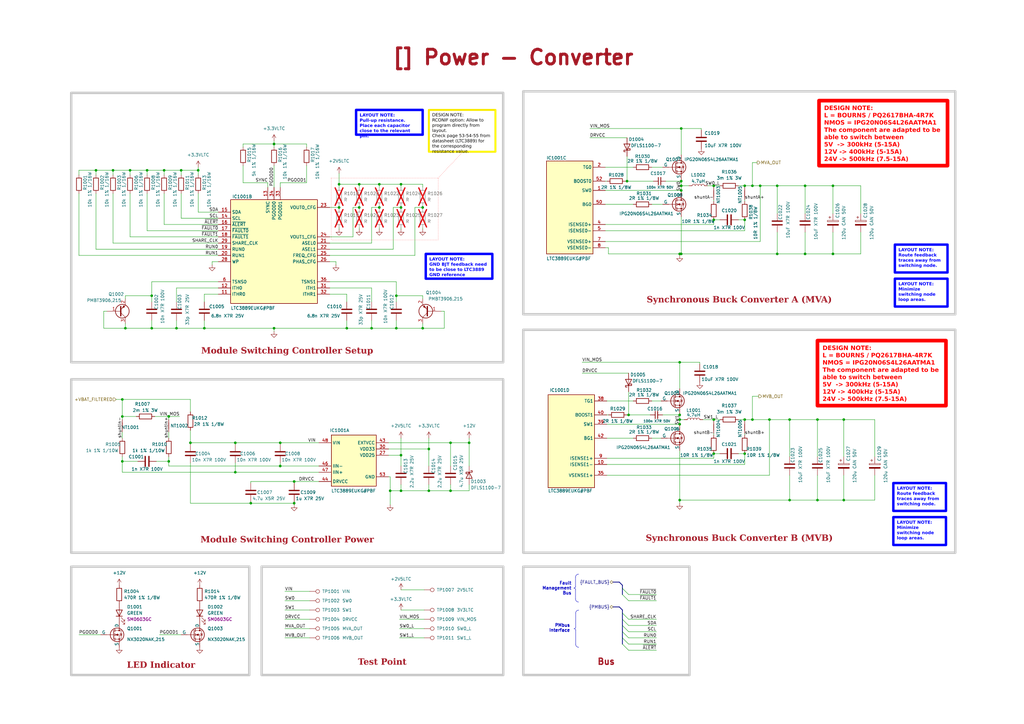
<source format=kicad_sch>
(kicad_sch (version 20231120) (generator "eeschema") (generator_version "8.0")
  (paper "A3")
  (title_block (title "Power - Converter") (date "Last Modified Date") (rev "${REVISION}") (company "${COMPANY}"))
  (bus_alias "PMBUS" (members "SDA" "SCL" "RUN0" "RUN1" "~{ALERT}"))
  (junction (at 175.895 201.295))
  (junction (at 323.85 205.105))
  (junction (at 335.28 205.105))
  (junction (at 164.465 85.09))
  (junction (at 96.52 193.675))
  (junction (at 83.82 134.62))
  (junction (at 164.465 186.69))
  (junction (at 39.37 69.85))
  (junction (at 341.63 76.2))
  (junction (at 139.065 85.09))
  (junction (at 81.28 69.85))
  (junction (at 164.465 75.565))
  (junction (at 112.395 59.055))
  (junction (at 279.4 104.14))
  (junction (at 184.785 181.61))
  (junction (at 305.435 90.17))
  (junction (at 305.435 172.085))
  (junction (at 278.765 205.105))
  (junction (at 152.4 134.62))
  (junction (at 184.785 201.295))
  (junction (at 62.23 134.62))
  (junction (at 192.405 181.61))
  (junction (at 69.215 189.23))
  (junction (at 173.355 85.09))
  (junction (at 96.52 181.61))
  (junction (at 315.595 172.085))
  (junction (at 51.435 134.62))
  (junction (at 330.2 76.2))
  (junction (at 120.65 197.485))
  (junction (at 62.23 121.285))
  (junction (at 308.61 172.085))
  (junction (at 278.765 148.59))
  (junction (at 279.4 76.2))
  (junction (at 155.575 85.09))
  (junction (at 53.34 69.85))
  (junction (at 278.765 173.99))
  (junction (at 311.785 76.2))
  (junction (at 278.765 170.18))
  (junction (at 50.165 170.815))
  (junction (at 102.87 206.375))
  (junction (at 155.575 75.565))
  (junction (at 257.175 74.295))
  (junction (at 278.765 172.085))
  (junction (at 164.465 201.295))
  (junction (at 114.935 181.61))
  (junction (at 335.28 172.085))
  (junction (at 160.02 201.295))
  (junction (at 346.075 172.085))
  (junction (at 60.325 69.85))
  (junction (at 69.215 170.815))
  (junction (at 50.165 189.23))
  (junction (at 278.765 104.14))
  (junction (at 323.85 172.085))
  (junction (at 162.56 134.62))
  (junction (at 318.77 76.2))
  (junction (at 292.735 186.055))
  (junction (at 74.295 69.85))
  (junction (at 72.39 134.62))
  (junction (at 341.63 104.14))
  (junction (at 279.4 78.105))
  (junction (at 175.895 184.15))
  (junction (at 308.61 76.2))
  (junction (at 292.735 90.17))
  (junction (at 318.77 104.14))
  (junction (at 120.65 206.375))
  (junction (at 330.2 104.14))
  (junction (at 279.4 52.705))
  (junction (at 78.105 181.61))
  (junction (at 112.395 134.62))
  (junction (at 162.56 121.285))
  (junction (at 279.4 74.295))
  (junction (at 305.435 186.055))
  (junction (at 139.065 75.565))
  (junction (at 346.075 205.105))
  (junction (at 173.355 134.62))
  (junction (at 46.355 69.85))
  (junction (at 147.32 85.09))
  (junction (at 292.735 172.085))
  (junction (at 257.81 170.18))
  (junction (at 142.24 134.62))
  (junction (at 67.31 69.85))
  (junction (at 305.435 76.2))
  (junction (at 50.165 163.83))
  (junction (at 147.32 75.565))
  (junction (at 114.935 191.135))
  (junction (at 292.735 76.2))
  (bus_entry (at 255.27 241.3) (size 2.54 2.54))
  (bus_entry (at 255.27 251.46) (size 2.54 2.54))
  (bus_entry (at 255.27 261.62) (size 2.54 2.54))
  (bus_entry (at 255.27 254) (size 2.54 2.54))
  (bus_entry (at 255.27 259.08) (size 2.54 2.54))
  (bus_entry (at 255.27 243.84) (size 2.54 2.54))
  (bus_entry (at 255.27 264.16) (size 2.54 2.54))
  (bus_entry (at 255.27 256.54) (size 2.54 2.54))
  (wire (pts (xy 60.325 94.615) (xy 60.325 79.375)))
  (wire (pts (xy 278.765 172.085) (xy 280.67 172.085)))
  (wire (pts (xy 114.935 76.835) (xy 114.935 74.93)))
  (wire (pts (xy 102.87 197.485) (xy 120.65 197.485)))
  (wire (pts (xy 152.4 85.09) (xy 152.4 99.695)))
  (wire (pts (xy 346.075 194.945) (xy 346.075 205.105)))
  (wire (pts (xy 139.065 93.345) (xy 139.065 93.98)))
  (wire (pts (xy 248.92 187.96) (xy 292.735 187.96)))
  (wire (pts (xy 305.435 82.55) (xy 305.435 81.915)))
  (wire (pts (xy 135.255 99.695) (xy 152.4 99.695)))
  (wire (pts (xy 346.075 187.325) (xy 346.075 172.085)))
  (wire (pts (xy 358.775 187.325) (xy 358.775 172.085)))
  (wire (pts (xy 116.84 250.19) (xy 127 250.19)))
  (wire (pts (xy 308.61 162.56) (xy 308.61 172.085)))
  (wire (pts (xy 89.535 86.995) (xy 81.28 86.995)))
  (wire (pts (xy 147.32 84.455) (xy 147.32 85.09)))
  (wire (pts (xy 144.78 85.09) (xy 147.32 85.09)))
  (wire (pts (xy 292.735 76.2) (xy 295.275 76.2)))
  (wire (pts (xy 32.385 79.375) (xy 32.385 104.775)))
  (wire (pts (xy 341.63 87.63) (xy 341.63 76.2)))
  (wire (pts (xy 273.05 74.295) (xy 279.4 74.295)))
  (wire (pts (xy 112.395 67.945) (xy 112.395 76.835)))
  (wire (pts (xy 50.165 177.165) (xy 50.165 179.705)))
  (wire (pts (xy 78.105 181.61) (xy 78.105 182.245)))
  (wire (pts (xy 267.335 68.58) (xy 271.78 68.58)))
  (wire (pts (xy 162.56 134.62) (xy 173.355 134.62)))
  (wire (pts (xy 69.215 170.815) (xy 73.66 170.815)))
  (wire (pts (xy 256.54 74.295) (xy 257.175 74.295)))
  (wire (pts (xy 53.34 97.155) (xy 89.535 97.155)))
  (wire (pts (xy 135.255 85.09) (xy 139.065 85.09)))
  (wire (pts (xy 278.765 172.085) (xy 278.765 173.99)))
  (wire (pts (xy 42.545 127.635) (xy 42.545 134.62)))
  (wire (pts (xy 39.37 69.85) (xy 46.355 69.85)))
  (wire (pts (xy 46.355 79.375) (xy 46.355 99.695)))
  (wire (pts (xy 330.2 95.25) (xy 330.2 104.14)))
  (wire (pts (xy 341.63 104.14) (xy 353.06 104.14)))
  (wire (pts (xy 155.575 85.09) (xy 155.575 85.725)))
  (wire (pts (xy 39.37 69.85) (xy 39.37 71.755)))
  (wire (pts (xy 112.395 57.785) (xy 112.395 59.055)))
  (wire (pts (xy 335.28 172.085) (xy 346.075 172.085)))
  (wire (pts (xy 116.84 254) (xy 127 254)))
  (wire (pts (xy 278.765 148.59) (xy 287.02 148.59)))
  (wire (pts (xy 50.165 189.23) (xy 50.165 193.675)))
  (wire (pts (xy 164.465 198.755) (xy 164.465 201.295)))
  (wire (pts (xy 47.625 163.83) (xy 50.165 163.83)))
  (wire (pts (xy 173.355 76.835) (xy 173.355 75.565)))
  (wire (pts (xy 89.535 102.235) (xy 39.37 102.235)))
  (wire (pts (xy 89.535 104.775) (xy 32.385 104.775)))
  (wire (pts (xy 248.92 194.945) (xy 315.595 194.945)))
  (wire (pts (xy 184.785 181.61) (xy 192.405 181.61)))
  (wire (pts (xy 249.555 101.6) (xy 248.285 101.6)))
  (wire (pts (xy 164.465 186.69) (xy 164.465 191.135)))
  (wire (pts (xy 279.4 78.105) (xy 279.4 78.74)))
  (wire (pts (xy 69.215 191.135) (xy 114.935 191.135)))
  (wire (pts (xy 308.61 66.675) (xy 308.61 76.2)))
  (bus (pts (xy 255.27 241.3) (xy 255.27 243.84)))
  (wire (pts (xy 175.895 198.755) (xy 175.895 201.295)))
  (wire (pts (xy 315.595 172.085) (xy 323.85 172.085)))
  (wire (pts (xy 72.39 134.62) (xy 62.23 134.62)))
  (wire (pts (xy 278.765 205.105) (xy 278.765 206.375)))
  (wire (pts (xy 155.575 75.565) (xy 147.32 75.565)))
  (wire (pts (xy 292.735 90.17) (xy 295.275 90.17)))
  (wire (pts (xy 159.385 184.15) (xy 175.895 184.15)))
  (wire (pts (xy 135.255 120.65) (xy 142.24 120.65)))
  (wire (pts (xy 182.245 127.635) (xy 182.245 134.62)))
  (wire (pts (xy 257.81 160.655) (xy 257.81 170.18)))
  (wire (pts (xy 135.255 107.315) (xy 137.795 107.315)))
  (bus (pts (xy 251.46 248.92) (xy 254 248.92)))
  (wire (pts (xy 89.535 92.075) (xy 67.31 92.075)))
  (wire (pts (xy 238.76 148.59) (xy 278.765 148.59)))
  (wire (pts (xy 335.28 205.105) (xy 346.075 205.105)))
  (wire (pts (xy 248.285 74.295) (xy 248.92 74.295)))
  (wire (pts (xy 184.785 201.295) (xy 192.405 201.295)))
  (wire (pts (xy 160.02 195.58) (xy 159.385 195.58)))
  (bus (pts (xy 251.46 238.76) (xy 254 238.76)))
  (wire (pts (xy 160.02 195.58) (xy 160.02 201.295)))
  (wire (pts (xy 69.215 189.23) (xy 69.215 191.135)))
  (wire (pts (xy 50.165 187.325) (xy 50.165 189.23)))
  (wire (pts (xy 267.335 179.705) (xy 271.145 179.705)))
  (wire (pts (xy 279.4 88.9) (xy 279.4 104.14)))
  (wire (pts (xy 318.77 95.25) (xy 318.77 104.14)))
  (wire (pts (xy 308.61 172.085) (xy 315.595 172.085)))
  (wire (pts (xy 50.165 163.83) (xy 78.105 163.83)))
  (wire (pts (xy 164.465 93.345) (xy 164.465 93.98)))
  (wire (pts (xy 159.385 186.69) (xy 164.465 186.69)))
  (wire (pts (xy 114.935 189.865) (xy 114.935 191.135)))
  (wire (pts (xy 278.765 184.785) (xy 278.765 205.105)))
  (wire (pts (xy 125.73 59.055) (xy 112.395 59.055)))
  (wire (pts (xy 249.555 170.18) (xy 248.92 170.18)))
  (wire (pts (xy 292.735 90.17) (xy 292.735 92.075)))
  (wire (pts (xy 238.76 153.035) (xy 257.81 153.035)))
  (wire (pts (xy 50.165 193.675) (xy 96.52 193.675)))
  (wire (pts (xy 279.4 52.705) (xy 279.4 63.5)))
  (wire (pts (xy 135.255 118.11) (xy 152.4 118.11)))
  (bus (pts (xy 255.27 261.62) (xy 255.27 264.16)))
  (wire (pts (xy 184.785 181.61) (xy 184.785 191.135)))
  (wire (pts (xy 152.4 134.62) (xy 162.56 134.62)))
  (wire (pts (xy 257.175 74.295) (xy 267.97 74.295)))
  (wire (pts (xy 318.77 87.63) (xy 318.77 76.2)))
  (wire (pts (xy 32.385 260.35) (xy 41.275 260.35)))
  (wire (pts (xy 287.655 52.705) (xy 287.655 53.34)))
  (wire (pts (xy 292.735 187.96) (xy 292.735 186.055)))
  (wire (pts (xy 69.215 170.815) (xy 69.215 172.085)))
  (wire (pts (xy 164.465 84.455) (xy 164.465 85.09)))
  (wire (pts (xy 180.975 127.635) (xy 182.245 127.635)))
  (wire (pts (xy 96.52 181.61) (xy 96.52 182.245)))
  (wire (pts (xy 125.73 60.325) (xy 125.73 59.055)))
  (bus (pts (xy 255.27 251.46) (xy 255.27 254)))
  (wire (pts (xy 60.325 94.615) (xy 89.535 94.615)))
  (wire (pts (xy 248.92 179.705) (xy 259.715 179.705)))
  (wire (pts (xy 278.765 104.14) (xy 279.4 104.14)))
  (bus (pts (xy 254 248.92) (xy 255.27 250.19)))
  (wire (pts (xy 278.765 104.14) (xy 278.765 104.775)))
  (wire (pts (xy 335.28 187.325) (xy 335.28 172.085)))
  (wire (pts (xy 51.435 134.62) (xy 51.435 132.715)))
  (wire (pts (xy 102.87 198.12) (xy 102.87 197.485)))
  (wire (pts (xy 163.83 254) (xy 173.99 254)))
  (wire (pts (xy 114.935 74.93) (xy 125.73 74.93)))
  (wire (pts (xy 248.92 173.99) (xy 278.765 173.99)))
  (wire (pts (xy 173.355 121.285) (xy 162.56 121.285)))
  (wire (pts (xy 112.395 59.055) (xy 99.695 59.055)))
  (wire (pts (xy 160.02 207.01) (xy 160.02 201.295)))
  (wire (pts (xy 142.24 134.62) (xy 152.4 134.62)))
  (wire (pts (xy 89.535 107.315) (xy 86.995 107.315)))
  (wire (pts (xy 60.325 69.85) (xy 53.34 69.85)))
  (wire (pts (xy 192.405 181.61) (xy 192.405 191.135)))
  (wire (pts (xy 120.65 197.485) (xy 130.81 197.485)))
  (wire (pts (xy 67.31 69.85) (xy 67.31 71.755)))
  (wire (pts (xy 139.065 71.12) (xy 139.065 75.565)))
  (wire (pts (xy 43.815 127.635) (xy 42.545 127.635)))
  (wire (pts (xy 161.29 85.09) (xy 164.465 85.09)))
  (wire (pts (xy 323.85 172.085) (xy 335.28 172.085)))
  (bus (pts (xy 254 238.76) (xy 255.27 240.03)))
  (wire (pts (xy 353.06 95.25) (xy 353.06 104.14)))
  (wire (pts (xy 62.23 115.57) (xy 89.535 115.57)))
  (wire (pts (xy 69.215 187.325) (xy 69.215 189.23)))
  (wire (pts (xy 323.85 187.325) (xy 323.85 172.085)))
  (wire (pts (xy 102.87 206.375) (xy 120.65 206.375)))
  (wire (pts (xy 311.785 99.06) (xy 311.785 76.2)))
  (wire (pts (xy 78.105 176.53) (xy 78.105 181.61)))
  (wire (pts (xy 257.175 170.18) (xy 257.81 170.18)))
  (wire (pts (xy 125.73 74.93) (xy 125.73 67.945)))
  (wire (pts (xy 96.52 193.675) (xy 130.81 193.675)))
  (wire (pts (xy 279.4 76.2) (xy 279.4 78.105)))
  (bus (pts (xy 255.27 256.54) (xy 255.27 259.08)))
  (wire (pts (xy 353.06 87.63) (xy 353.06 76.2)))
  (wire (pts (xy 67.31 92.075) (xy 67.31 79.375)))
  (wire (pts (xy 278.765 170.18) (xy 278.765 172.085)))
  (wire (pts (xy 147.32 75.565) (xy 147.32 76.835)))
  (wire (pts (xy 50.165 189.23) (xy 56.515 189.23)))
  (wire (pts (xy 120.65 205.74) (xy 120.65 206.375)))
  (wire (pts (xy 147.32 85.09) (xy 147.32 85.725)))
  (wire (pts (xy 78.105 181.61) (xy 96.52 181.61)))
  (wire (pts (xy 248.285 94.615) (xy 305.435 94.615)))
  (wire (pts (xy 50.165 170.815) (xy 55.88 170.815)))
  (wire (pts (xy 184.785 198.755) (xy 184.785 201.295)))
  (wire (pts (xy 112.395 135.89) (xy 112.395 134.62)))
  (wire (pts (xy 53.34 69.85) (xy 46.355 69.85)))
  (wire (pts (xy 305.435 76.2) (xy 308.61 76.2)))
  (wire (pts (xy 279.4 52.705) (xy 287.655 52.705)))
  (wire (pts (xy 116.84 261.62) (xy 127 261.62)))
  (wire (pts (xy 305.435 76.2) (xy 305.435 76.835)))
  (wire (pts (xy 292.735 76.2) (xy 292.735 76.835)))
  (wire (pts (xy 89.535 99.695) (xy 46.355 99.695)))
  (polyline (pts (xy 236.093 258.4958) (xy 236.093 264.2108)))
  (wire (pts (xy 78.105 163.83) (xy 78.105 168.91)))
  (wire (pts (xy 302.895 76.2) (xy 305.435 76.2)))
  (wire (pts (xy 161.29 85.09) (xy 161.29 102.235)))
  (wire (pts (xy 53.34 79.375) (xy 53.34 97.155)))
  (wire (pts (xy 164.465 201.295) (xy 175.895 201.295)))
  (wire (pts (xy 173.355 122.555) (xy 173.355 121.285)))
  (wire (pts (xy 173.355 134.62) (xy 173.355 132.715)))
  (wire (pts (xy 248.285 68.58) (xy 259.715 68.58)))
  (wire (pts (xy 81.28 79.375) (xy 81.28 86.995)))
  (wire (pts (xy 51.435 122.555) (xy 51.435 121.285)))
  (wire (pts (xy 267.335 164.465) (xy 271.145 164.465)))
  (wire (pts (xy 120.65 198.12) (xy 120.65 197.485)))
  (wire (pts (xy 62.23 123.825) (xy 62.23 121.285)))
  (wire (pts (xy 318.77 76.2) (xy 330.2 76.2)))
  (wire (pts (xy 102.87 206.375) (xy 102.87 205.74)))
  (wire (pts (xy 308.61 162.56) (xy 311.15 162.56)))
  (wire (pts (xy 330.2 104.14) (xy 341.63 104.14)))
  (wire (pts (xy 173.355 84.455) (xy 173.355 85.09)))
  (wire (pts (xy 99.695 74.93) (xy 99.695 67.945)))
  (wire (pts (xy 114.935 181.61) (xy 130.81 181.61)))
  (wire (pts (xy 50.165 170.815) (xy 50.165 163.83)))
  (wire (pts (xy 335.28 194.945) (xy 335.28 205.105)))
  (wire (pts (xy 170.18 85.09) (xy 173.355 85.09)))
  (wire (pts (xy 292.735 172.085) (xy 292.735 172.72)))
  (wire (pts (xy 358.775 194.945) (xy 358.775 205.105)))
  (wire (pts (xy 116.84 257.81) (xy 127 257.81)))
  (wire (pts (xy 46.355 69.85) (xy 46.355 71.755)))
  (wire (pts (xy 89.535 89.535) (xy 74.295 89.535)))
  (wire (pts (xy 323.85 194.945) (xy 323.85 205.105)))
  (wire (pts (xy 164.465 241.935) (xy 173.99 241.935)))
  (wire (pts (xy 160.02 201.295) (xy 164.465 201.295)))
  (wire (pts (xy 162.56 131.445) (xy 162.56 134.62)))
  (wire (pts (xy 279.4 76.2) (xy 282.575 76.2)))
  (wire (pts (xy 305.435 178.435) (xy 305.435 177.8)))
  (wire (pts (xy 248.285 78.105) (xy 279.4 78.105)))
  (wire (pts (xy 139.065 85.09) (xy 139.065 85.725)))
  (wire (pts (xy 302.895 172.085) (xy 305.435 172.085)))
  (wire (pts (xy 83.82 120.65) (xy 83.82 123.825)))
  (wire (pts (xy 139.065 75.565) (xy 147.32 75.565)))
  (wire (pts (xy 72.39 131.445) (xy 72.39 134.62)))
  (wire (pts (xy 114.935 181.61) (xy 114.935 182.245)))
  (wire (pts (xy 65.405 260.35) (xy 74.295 260.35)))
  (wire (pts (xy 81.28 69.85) (xy 81.28 71.755)))
  (wire (pts (xy 278.765 173.99) (xy 278.765 174.625)))
  (wire (pts (xy 155.575 93.98) (xy 155.575 93.345)))
  (wire (pts (xy 330.2 87.63) (xy 330.2 76.2)))
  (bus (pts (xy 255.27 250.19) (xy 255.27 251.46)))
  (wire (pts (xy 279.4 104.14) (xy 318.77 104.14)))
  (wire (pts (xy 42.545 134.62) (xy 51.435 134.62)))
  (wire (pts (xy 116.84 246.38) (xy 127 246.38)))
  (wire (pts (xy 163.83 261.62) (xy 173.99 261.62)))
  (wire (pts (xy 32.385 69.85) (xy 39.37 69.85)))
  (wire (pts (xy 241.935 56.515) (xy 257.175 56.515)))
  (wire (pts (xy 69.215 177.165) (xy 69.215 179.705)))
  (wire (pts (xy 182.245 134.62) (xy 173.355 134.62)))
  (wire (pts (xy 290.195 76.2) (xy 292.735 76.2)))
  (wire (pts (xy 155.575 75.565) (xy 155.575 76.835)))
  (wire (pts (xy 278.765 205.105) (xy 323.85 205.105)))
  (wire (pts (xy 278.765 148.59) (xy 278.765 159.385)))
  (wire (pts (xy 74.295 69.85) (xy 67.31 69.85)))
  (wire (pts (xy 292.735 186.055) (xy 295.275 186.055)))
  (wire (pts (xy 89.535 118.11) (xy 72.39 118.11)))
  (polyline (pts (xy 236.0422 241.8334) (xy 236.0422 245.6434)))
  (wire (pts (xy 341.63 76.2) (xy 353.06 76.2)))
  (polyline (pts (xy 236.0422 236.7534) (xy 236.0422 240.5634)))
  (wire (pts (xy 155.575 84.455) (xy 155.575 85.09)))
  (wire (pts (xy 96.52 181.61) (xy 114.935 181.61)))
  (wire (pts (xy 192.405 179.705) (xy 192.405 181.61)))
  (wire (pts (xy 81.28 69.85) (xy 74.295 69.85)))
  (wire (pts (xy 318.77 104.14) (xy 330.2 104.14)))
  (wire (pts (xy 257.81 259.08) (xy 269.24 259.08)))
  (wire (pts (xy 162.56 121.285) (xy 162.56 115.57)))
  (wire (pts (xy 308.61 172.085) (xy 305.435 172.085)))
  (wire (pts (xy 173.355 93.345) (xy 173.355 93.98)))
  (polyline (pts (xy 179.705 73.025) (xy 189.865 62.23)) (stroke (width 0) (type dot) (color 255 0 0 1)))
  (wire (pts (xy 173.355 75.565) (xy 164.465 75.565)))
  (wire (pts (xy 62.23 134.62) (xy 51.435 134.62)))
  (wire (pts (xy 109.855 76.835) (xy 109.855 74.93)))
  (wire (pts (xy 271.78 170.18) (xy 278.765 170.18)))
  (wire (pts (xy 302.895 186.055) (xy 305.435 186.055)))
  (wire (pts (xy 152.4 85.09) (xy 155.575 85.09)))
  (wire (pts (xy 60.325 69.85) (xy 67.31 69.85)))
  (wire (pts (xy 278.765 169.545) (xy 278.765 170.18)))
  (wire (pts (xy 50.165 170.815) (xy 50.165 172.085)))
  (wire (pts (xy 53.34 69.85) (xy 53.34 71.755)))
  (wire (pts (xy 249.555 104.14) (xy 249.555 101.6)))
  (wire (pts (xy 257.81 254) (xy 269.24 254)))
  (wire (pts (xy 248.285 83.82) (xy 259.715 83.82)))
  (wire (pts (xy 241.935 52.705) (xy 279.4 52.705)))
  (wire (pts (xy 72.39 134.62) (xy 83.82 134.62)))
  (wire (pts (xy 99.695 74.93) (xy 109.855 74.93)))
  (wire (pts (xy 173.355 85.09) (xy 173.355 85.725)))
  (wire (pts (xy 120.65 206.375) (xy 120.65 207.01)))
  (wire (pts (xy 248.285 92.075) (xy 292.735 92.075)))
  (wire (pts (xy 257.175 64.135) (xy 257.175 74.295)))
  (wire (pts (xy 257.81 266.7) (xy 269.24 266.7)))
  (wire (pts (xy 72.39 118.11) (xy 72.39 123.825)))
  (wire (pts (xy 164.465 85.09) (xy 164.465 85.725)))
  (wire (pts (xy 279.4 74.295) (xy 279.4 76.2)))
  (wire (pts (xy 170.18 85.09) (xy 170.18 104.775)))
  (wire (pts (xy 308.61 66.675) (xy 310.515 66.675)))
  (wire (pts (xy 292.735 82.55) (xy 292.735 81.915)))
  (wire (pts (xy 32.385 71.755) (xy 32.385 69.85)))
  (wire (pts (xy 152.4 131.445) (xy 152.4 134.62)))
  (wire (pts (xy 330.2 76.2) (xy 341.63 76.2)))
  (wire (pts (xy 315.595 172.085) (xy 315.595 194.945)))
  (wire (pts (xy 257.81 264.16) (xy 269.24 264.16)))
  (wire (pts (xy 305.435 90.17) (xy 305.435 94.615)))
  (wire (pts (xy 81.28 68.58) (xy 81.28 69.85)))
  (wire (pts (xy 288.29 172.085) (xy 292.735 172.085)))
  (wire (pts (xy 86.995 108.585) (xy 86.995 107.315)))
  (wire (pts (xy 142.24 131.445) (xy 142.24 134.62)))
  (wire (pts (xy 163.83 257.81) (xy 173.99 257.81)))
  (wire (pts (xy 248.92 190.5) (xy 305.435 190.5)))
  (wire (pts (xy 257.81 256.54) (xy 269.24 256.54)))
  (polyline (pts (xy 236.093 251.5108) (xy 236.093 257.2258)))
  (wire (pts (xy 249.555 104.14) (xy 278.765 104.14)))
  (wire (pts (xy 248.92 164.465) (xy 259.715 164.465)))
  (wire (pts (xy 147.32 93.345) (xy 147.32 93.98)))
  (wire (pts (xy 164.465 75.565) (xy 164.465 76.835)))
  (wire (pts (xy 164.465 75.565) (xy 155.575 75.565)))
  (wire (pts (xy 292.735 172.085) (xy 295.275 172.085)))
  (wire (pts (xy 164.465 250.19) (xy 173.99 250.19)))
  (wire (pts (xy 139.065 84.455) (xy 139.065 85.09)))
  (wire (pts (xy 305.435 190.5) (xy 305.435 186.055)))
  (wire (pts (xy 51.435 121.285) (xy 62.23 121.285)))
  (bus (pts (xy 255.27 240.03) (xy 255.27 241.3)))
  (wire (pts (xy 60.325 69.85) (xy 60.325 71.755)))
  (wire (pts (xy 116.84 242.57) (xy 127 242.57)))
  (wire (pts (xy 74.295 89.535) (xy 74.295 79.375)))
  (wire (pts (xy 63.5 170.815) (xy 69.215 170.815)))
  (wire (pts (xy 248.285 99.06) (xy 311.785 99.06)))
  (wire (pts (xy 287.02 148.59) (xy 287.02 149.225)))
  (wire (pts (xy 78.105 189.865) (xy 78.105 206.375)))
  (wire (pts (xy 83.82 131.445) (xy 83.82 134.62)))
  (wire (pts (xy 341.63 95.25) (xy 341.63 104.14)))
  (wire (pts (xy 114.935 191.135) (xy 130.81 191.135)))
  (wire (pts (xy 257.81 246.38) (xy 269.24 246.38)))
  (wire (pts (xy 83.82 134.62) (xy 112.395 134.62)))
  (wire (pts (xy 137.795 108.585) (xy 137.795 107.315)))
  (wire (pts (xy 162.56 115.57) (xy 135.255 115.57)))
  (wire (pts (xy 308.61 76.2) (xy 311.785 76.2)))
  (wire (pts (xy 192.405 198.755) (xy 192.405 201.295)))
  (wire (pts (xy 96.52 189.865) (xy 96.52 193.675)))
  (wire (pts (xy 135.255 97.155) (xy 144.78 97.155)))
  (bus (pts (xy 255.27 259.08) (xy 255.27 261.62)))
  (wire (pts (xy 346.075 172.085) (xy 358.775 172.085)))
  (wire (pts (xy 175.895 179.705) (xy 175.895 184.15)))
  (wire (pts (xy 257.81 170.18) (xy 266.7 170.18)))
  (bus (pts (xy 255.27 254) (xy 255.27 256.54)))
  (wire (pts (xy 89.535 120.65) (xy 83.82 120.65)))
  (wire (pts (xy 267.335 83.82) (xy 271.78 83.82)))
  (wire (pts (xy 112.395 59.055) (xy 112.395 60.325)))
  (wire (pts (xy 164.465 179.705) (xy 164.465 186.69)))
  (wire (pts (xy 162.56 123.825) (xy 162.56 121.285)))
  (wire (pts (xy 257.81 261.62) (xy 269.24 261.62)))
  (wire (pts (xy 152.4 118.11) (xy 152.4 123.825)))
  (wire (pts (xy 175.895 201.295) (xy 184.785 201.295)))
  (wire (pts (xy 135.255 102.235) (xy 161.29 102.235)))
  (wire (pts (xy 135.255 104.775) (xy 170.18 104.775)))
  (wire (pts (xy 311.785 76.2) (xy 318.77 76.2)))
  (wire (pts (xy 99.695 59.055) (xy 99.695 60.325)))
  (wire (pts (xy 62.23 121.285) (xy 62.23 115.57)))
  (wire (pts (xy 302.895 90.17) (xy 305.435 90.17)))
  (wire (pts (xy 39.37 79.375) (xy 39.37 102.235)))
  (wire (pts (xy 142.24 120.65) (xy 142.24 123.825)))
  (wire (pts (xy 346.075 205.105) (xy 358.775 205.105)))
  (wire (pts (xy 257.81 243.84) (xy 269.24 243.84)))
  (wire (pts (xy 144.78 85.09) (xy 144.78 97.155)))
  (wire (pts (xy 62.23 131.445) (xy 62.23 134.62)))
  (wire (pts (xy 64.135 189.23) (xy 69.215 189.23)))
  (wire (pts (xy 279.4 74.295) (xy 279.4 73.66)))
  (wire (pts (xy 74.295 69.85) (xy 74.295 71.755)))
  (wire (pts (xy 175.895 191.135) (xy 175.895 184.15)))
  (wire (pts (xy 139.065 75.565) (xy 139.065 76.835)))
  (wire (pts (xy 292.735 178.435) (xy 292.735 177.8)))
  (wire (pts (xy 112.395 134.62) (xy 142.24 134.62)))
  (wire (pts (xy 305.435 172.085) (xy 305.435 172.72)))
  (wire (pts (xy 323.85 205.105) (xy 335.28 205.105)))
  (wire (pts (xy 78.105 206.375) (xy 102.87 206.375)))
  (wire (pts (xy 159.385 181.61) (xy 184.785 181.61)))
  (arc (start 235.4122 241.1934) (mid 235.8675 241.3746) (end 236.0472 241.8284))
  (rectangle (start 135.89 73.025) (end 179.705 98.425) (stroke (width 0) (type dot) (color 255 0 0 1)))
  (rectangle (start 29.21 232.41) (end 102.235 276.86) (stroke (width 1) (color 200 200 200 1)))
  (rectangle (start 214.63 135.255) (end 391.795 226.695) (stroke (width 1) (color 200 200 200 1)))
  (rectangle (start 29.21 155.575) (end 206.375 226.695) (stroke (width 1) (color 200 200 200 1)))
  (rectangle (start 214.63 232.41) (end 282.7782 276.86) (stroke (width 1) (color 200 200 200 1)))
  (arc (start 236.098 257.2208) (mid 235.905 257.6628) (end 235.463 257.8558))
  (arc (start 236.0472 240.5584) (mid 235.8552 241) (end 235.4122 241.1934))
  (arc (start 236.0472 236.7534) (mid 236.4145 235.8542) (end 237.3122 235.4834))
  (arc (start 237.3122 246.9134) (mid 236.4067 246.5489) (end 236.0422 245.6434))
  (arc (start 237.363 265.4808) (mid 236.4664 265.1074) (end 236.093 264.2108))
  (rectangle (start 214.63 37.465) (end 391.795 128.905) (stroke (width 1) (color 200 200 200 1)))
  (rectangle (start 107.315 232.41) (end 206.4004 276.86) (stroke (width 1) (color 200 200 200 1)))
  (rectangle (start 29.21 38.1) (end 206.375 148.59) (stroke (width 1) (color 200 200 200 1)))
  (arc (start 235.463 257.8558) (mid 235.9165 258.0373) (end 236.098 258.4908))
  (arc (start 236.098 251.5108) (mid 236.4653 250.6116) (end 237.363 250.2408))
  (text_box "Test Point\n\n" (at 107.315 267.97 0) (size 98.933 6.985) (stroke (width -0.0001)) (effects (font (size 2.54 2.54) (thickness 0.508) (bold yes)) (justify bottom)))
  (text_box "Synchronous Buck Converter A (MVA)" (at 214.63 119.38 0) (size 177.165 6.985) (stroke (width -0.0001)) (effects (font (size 2.54 2.54) (thickness 0.508) (bold yes)) (justify bottom)))
  (text_box "LED Indicator\n" (at 29.845 269.24 0) (size 72.39 6.985) (stroke (width -0.0001)) (effects (font (size 2.54 2.54) (thickness 0.508) (bold yes)) (justify bottom)))
  (text_box "LAYOUT NOTE:\nRoute feedback traces away from switching node." (at 366.395 198.12 0) (size 21.59 11.43) (stroke (width 1) (color 0 0 255 1)) (effects (font (size 1.27 1.27) (thickness 0.4) (bold yes)) (justify left top)))
  (text_box "Module Switching Controller Setup" (at 29.845 140.335 0) (size 175.895 6.985) (stroke (width -0.0001)) (effects (font (size 2.54 2.54) (thickness 0.508) (bold yes)) (justify bottom)))
  (text_box "LAYOUT NOTE:\nMinimize switching node loop areas." (at 366.395 212.09 0) (size 21.59 11.43) (stroke (width 1) (color 0 0 255 1)) (effects (font (size 1.27 1.27) (thickness 0.4) (bold yes)) (justify left top)))
  (text_box "Synchronous Buck Converter B (MVB)" (at 214.63 217.17 0) (size 177.165 6.985) (stroke (width -0.0001)) (effects (font (size 2.54 2.54) (thickness 0.508) (bold yes)) (justify bottom)))
  (text_box "Module Switching Controller Power" (at 29.21 217.805 0) (size 177.165 6.985) (stroke (width -0.0001)) (effects (font (size 2.54 2.54) (thickness 0.508) (bold yes)) (justify bottom)))
  (text_box "DESIGN NOTE:\nL = BOURNS / PQ2617BHA-4R7K\nNMOS = IPG20N06S4L26AATMA1\nThe component are adapted to be able to switch between\n5V  -> 300kHz (5-15A)\n12V -> 400kHz (5-15A)\n24V -> 500kHz (7.5-15A)\n\n" (at 335.28 139.7 0) (size 52.705 26.67) (stroke (width 1.5) (color 255 0 0 1)) (effects (font (size 1.778 1.778) (thickness 0.4) (bold yes)) (justify left top)))
  (text_box "[${#}] ${TITLE}" (at 12.7 17.145 0) (size 395.605 12.7) (stroke (width -0.0001)) (effects (font (size 6 6) (thickness 1.2) (bold yes))))
  (text_box "Fault Management Bus" (at 225.8822 237.3834 0) (size 9.525 5.715) (stroke (width -0.0001)) (effects (font (size 1.27 1.27) (thickness 0.254) (bold yes)) (justify right top)))
  (text_box "DESIGN NOTE:\nL = BOURNS / PQ2617BHA-4R7K\nNMOS = IPG20N06S4L26AATMA1\nThe component are adapted to be able to switch between\n5V  -> 300kHz (5-15A)\n12V -> 400kHz (5-15A)\n24V -> 500kHz (7.5-15A)\n\n" (at 335.915 41.275 0) (size 52.705 26.67) (stroke (width 1.5) (color 255 0 0 1)) (effects (font (size 1.778 1.778) (thickness 0.4) (bold yes)) (justify left top)))
  (text_box "LAYOUT NOTE:\nPull-up resistance.\nPlace each capacitor close to the relevant pin." (at 146.05 45.085 0) (size 27.305 10.16) (stroke (width 1) (color 0 0 255 1)) (effects (font (size 1.27 1.27) (thickness 0.4) (bold yes)) (justify left top)))
  (text_box "DESIGN NOTE:\nRCONIF option: Allow to program directly from layout. \nCheck page 53-54-55 from datasheet (LTC3889) for the corresponding resistance value." (at 175.895 45.085 0) (size 27.305 17.145) (stroke (width 0.8) (color 250 236 0 1)) (effects (font (size 1.27 1.27)) (justify left top)))
  (text_box "Bus" (at 214.63 267.716 0) (size 67.9958 6.985) (stroke (width -0.0001)) (effects (font (size 2.54 2.54) (thickness 0.508) (bold yes)) (justify bottom)))
  (text_box "LAYOUT NOTE:\nGND BJT feedback need to be close to LTC3889 GND reference" (at 174.625 104.14 0) (size 27.305 10.16) (stroke (width 1) (color 0 0 255 1)) (effects (font (size 1.27 1.27) (thickness 0.4) (bold yes)) (justify left top)))
  (text_box "PMbus \nInterface" (at 225.298 254.6858 0) (size 9.525 5.715) (stroke (width -0.0001)) (effects (font (size 1.27 1.27) (thickness 0.254) (bold yes)) (justify right top)))
  (text_box "LAYOUT NOTE:\nRoute feedback traces away from switching node." (at 367.03 100.33 0) (size 21.59 11.43) (stroke (width 1) (color 0 0 255 1)) (effects (font (size 1.27 1.27) (thickness 0.4) (bold yes)) (justify left top)))
  (text_box "LAYOUT NOTE:\nMinimize switching node loop areas." (at 367.03 114.3 0) (size 21.59 11.43) (stroke (width 1) (color 0 0 255 1)) (effects (font (size 1.27 1.27) (thickness 0.4) (bold yes)) (justify left top)))
  (label "RUN1" (at 269.24 264.16 180))
  (label "VIN_MOS" (at 163.83 254 0))
  (label "VIN_MOS" (at 241.935 52.705 0))
  (label "SHARE_CLK" (at 269.24 254 180))
  (label "SW1_L" (at 163.83 261.62 0))
  (label "MVA_OUT" (at 116.84 257.81 0))
  (label "~{FAULT0}" (at 89.535 94.615 180))
  (label "PGOOD0" (at 112.395 68.58 270))
  (label "RUN0" (at 269.24 261.62 180))
  (label "SDA" (at 269.24 256.54 180))
  (label "SCL" (at 269.24 259.08 180))
  (label "VIN" (at 116.84 242.57 0))
  (label "VIN_MOS" (at 73.66 170.815 180))
  (label "shuntA+" (at 305.435 81.915 0))
  (label "~{ALERT}" (at 269.24 266.7 180))
  (label "PGOOD1" (at 125.73 74.93 180))
  (label "shuntA-" (at 292.735 81.915 180))
  (label "DRVCC" (at 241.935 56.515 0))
  (label "SW1" (at 116.84 250.19 0))
  (label "SYNC" (at 109.855 74.93 180))
  (label "DRVCC" (at 122.555 197.485 0))
  (label "SW0" (at 279.4 74.295 270))
  (label "shuntIn-" (at 50.165 179.705 90))
  (label "SW0" (at 116.84 246.38 0))
  (label "DRVCC" (at 116.84 254 0))
  (label "SDA" (at 89.535 86.995 180))
  (label "VIN_MOS" (at 238.76 148.59 0))
  (label "SCL" (at 89.535 89.535 180))
  (label "~{FAULT1}" (at 269.24 246.38 180))
  (label "MVB_OUT" (at 116.84 261.62 0))
  (label "DRVCC" (at 238.76 153.035 0))
  (label "SW1_L" (at 294.64 172.085 180))
  (label "PGOOD0" (at 32.385 260.35 0))
  (label "VIN" (at 129.54 181.61 180))
  (label "~{FAULT0}" (at 269.24 243.84 180))
  (label "SHARE_CLK" (at 89.535 99.695 180))
  (label "shuntIn+" (at 69.215 179.705 90))
  (label "RUN0" (at 89.535 102.235 180))
  (label "PGOOD1" (at 65.405 260.35 0))
  (label "shuntB-" (at 292.735 178.435 180))
  (label "SW0_L" (at 295.275 76.2 180))
  (label "SW0_L" (at 163.83 257.81 0))
  (label "SW1" (at 278.765 170.18 270))
  (label "shuntB+" (at 305.435 178.435 0))
  (label "~{FAULT1}" (at 89.535 97.155 180))
  (label "~{ALERT}" (at 89.535 92.075 180))
  (label "RUN1" (at 89.535 104.775 180))
  (hierarchical_label "MVB_OUT" (shape output) (at 311.15 162.56 0))
  (hierarchical_label "MVA_OUT" (shape output) (at 310.515 66.675 0))
  (hierarchical_label "{PMBUS}" (shape bidirectional) (at 251.46 248.92 180))
  (hierarchical_label "+VBAT_FILTERED" (shape input) (at 47.625 163.83 180))
  (hierarchical_label "{FAULT_BUS}" (shape bidirectional) (at 251.46 238.76 180))
  (symbol (lib_id "power:+3.3V") (at 164.465 250.19 0) (unit 1)
    (property "Reference" "#PWR01019" (effects (hide yes)))
    (property "Value" "+3.3VLTC" (at 164.465 245.745 0))
  )
  (symbol (lib_id "Simulation_SPICE:NMOS") (at 276.225 164.465 0) (unit 1)
    (property "Reference" "Q1005" (at 272.415 161.29 0) (effects (justify left)))
    (property "Value" "IPG20N06S4L26AATMA1" (at 280.035 161.29 0) (effects (justify left)))
    (property "Footprint" "0_transistor_fet:Infineon-IPG20N06S4L-26A-Manufacturer_Recommended" (effects (hide yes)))
    (property "Datasheet" "https://ngspice.sourceforge.io/docs/ngspice-manual.pdf" (effects (hide yes)))
    (property "Sim.Device" "NMOS" (effects (hide yes)))
    (property "Sim.Type" "VDMOS" (effects (hide yes)))
    (property "Sim.Pins" "1=D 2=G 3=S" (effects (hide yes)))
  )
  (symbol (lib_id "Device:C") (at 330.2 91.44 0) (unit 1)
    (property "Reference" "C1024" (at 331.47 90.17 90) (effects (justify left)))
    (property "Value" "10uF X7R 100V" (at 334.645 98.425 90) (effects (justify left)))
    (property "Footprint" "0_capacitor_smd:C_1210_3225_DensityHigh" (effects (hide yes)))
  )
  (symbol (lib_id "Device:C") (at 78.105 186.055 180) (unit 1)
    (property "Reference" "C1004" (at 83.185 186.055 0))
    (property "Value" "10n X7R 100V" (at 85.725 188.595 0))
    (property "Footprint" "0_capacitor_smd:C_0402_1005_DensityHigh" (effects (hide yes)))
  )
  (symbol (lib_id "Simulation_SPICE:NMOS") (at 276.86 68.58 0) (unit 1)
    (property "Reference" "Q1007" (at 273.05 65.405 0) (effects (justify left)))
    (property "Value" "IPG20N06S4L26AATMA1" (at 280.67 65.405 0) (effects (justify left)))
    (property "Footprint" "0_transistor_fet:Infineon-IPG20N06S4L-26A-Manufacturer_Recommended" (effects (hide yes)))
    (property "Datasheet" "https://ngspice.sourceforge.io/docs/ngspice-manual.pdf" (effects (hide yes)))
    (property "Sim.Device" "NMOS" (effects (hide yes)))
    (property "Sim.Type" "VDMOS" (effects (hide yes)))
    (property "Sim.Pins" "1=D 2=G 3=S" (effects (hide yes)))
  )
  (symbol (lib_id "power:+3.3V") (at 112.395 57.785 0) (unit 1)
    (property "Reference" "#PWR01007" (effects (hide yes)))
    (property "Value" "+3.3VLTC" (at 112.395 52.705 0))
  )
  (symbol (lib_id "Device:R") (at 69.215 183.515 0) (mirror y) (unit 1)
    (property "Reference" "R1010" (at 65.405 182.245 0))
    (property "Value" "1k 1% 1/10W" (at 60.96 184.785 0))
    (property "Footprint" "0_resistor_smd:R_0603_1608_DensityHigh" (effects (hide yes)))
  )
  (symbol (lib_id "Device:R") (at 263.525 68.58 270) (mirror x) (unit 1)
    (property "Reference" "R1030" (at 263.525 64.135 90))
    (property "Value" "2R 1% 1/8W" (at 263.525 66.04 90))
    (property "Footprint" "0_resistor_smd:R_0402_1005_DensityHigh" (effects (hide yes)))
  )
  (symbol (lib_id "Device:R") (at 263.525 179.705 270) (mirror x) (unit 1)
    (property "Reference" "R1033" (at 264.16 175.26 90))
    (property "Value" "2R 1% 1/8W" (at 264.16 177.165 90))
    (property "Footprint" "0_resistor_smd:R_0402_1005_DensityHigh" (effects (hide yes)))
  )
  (symbol (lib_id "Device:R") (at 60.325 75.565 180) (unit 1)
    (property "Reference" "R1008" (at 62.865 78.105 90) (effects (justify right)))
    (property "Value" "10k 1% 1/16W" (at 64.77 85.09 90) (effects (justify right)))
    (property "Footprint" "0_resistor_smd:R_0402_1005_DensityHigh" (effects (hide yes)))
  )
  (symbol (lib_id "Connector:TestPoint") (at 173.99 250.19 270) (unit 1) (in_bom no)
    (property "Reference" "TP1008" (at 179.07 250.19 90) (effects (justify left)))
    (property "Value" "3V3LTC" (at 187.325 250.19 90) (effects (justify left)))
    (property "Footprint" "0_testpoint:TestPoint_Pad_D0.5mm_Back" (effects (hide yes)))
  )
  (symbol (lib_id "power:GND") (at 147.32 93.98 0) (unit 1)
    (property "Reference" "#PWR01013" (effects (hide yes)))
    (property "Value" "GND" (effects (hide yes)))
  )
  (symbol (lib_id "Device:R") (at 299.085 76.2 90) (unit 1)
    (property "Reference" "R1036" (at 299.085 70.485 90))
    (property "Value" "3m 1% 3W" (at 299.085 73.025 90))
    (property "Footprint" "0_resistor_smd:RESC6432X135N" (effects (hide yes)))
  )
  (symbol (lib_id "Connector:TestPoint") (at 173.99 254 270) (unit 1) (in_bom no)
    (property "Reference" "TP1009" (at 179.07 254 90) (effects (justify left)))
    (property "Value" "VIN_MOS" (at 187.325 254 90) (effects (justify left)))
    (property "Footprint" "0_testpoint:TestPoint_Pad_D0.5mm_Front" (effects (hide yes)))
  )
  (symbol (lib_id "Device:C") (at 175.895 194.945 180) (unit 1)
    (property "Reference" "C1014" (at 177.8 187.96 90) (effects (justify left)))
    (property "Value" "2.2u X7R 25V" (at 180.34 186.69 90) (effects (justify left)))
    (property "Footprint" "0_capacitor_smd:C_0603_1608_DensityHigh" (effects (hide yes)))
  )
  (symbol (lib_id "Device:R") (at 252.73 74.295 270) (mirror x) (unit 1)
    (property "Reference" "R1028" (at 252.73 71.755 90))
    (property "Value" "2R 1% 1/8W" (at 252.73 76.835 90))
    (property "Footprint" "0_resistor_smd:R_0402_1005_DensityHigh" (effects (hide yes)))
  )
  (symbol (lib_id "power:GND") (at 139.065 93.98 0) (unit 1)
    (property "Reference" "#PWR01012" (effects (hide yes)))
    (property "Value" "GND" (effects (hide yes)))
  )
  (symbol (lib_id "Device:R") (at 139.065 80.645 0) (unit 1) (in_bom no) (dnp yes)
    (property "Reference" "R1018" (at 140.97 79.375 0) (effects (justify left)))
    (property "Value" "R" (at 140.97 81.915 0) (effects (justify left)))
    (property "Footprint" "0_resistor_smd:R_0402_1005_DensityHigh" (effects (hide yes)))
  )
  (symbol (lib_id "Device:R") (at 147.32 80.645 0) (unit 1) (in_bom no) (dnp yes)
    (property "Reference" "R1020" (at 149.225 79.375 0) (effects (justify left)))
    (property "Value" "R" (at 149.225 81.915 0) (effects (justify left)))
    (property "Footprint" "0_resistor_smd:R_0402_1005_DensityHigh" (effects (hide yes)))
  )
  (symbol (lib_id "Connector:TestPoint") (at 127 242.57 270) (unit 1) (in_bom no)
    (property "Reference" "TP1001" (at 132.08 242.57 90) (effects (justify left)))
    (property "Value" "VIN" (at 140.335 242.57 90) (effects (justify left)))
    (property "Footprint" "0_testpoint:TestPoint_Pad_D0.5mm_Front" (effects (hide yes)))
  )
  (symbol (lib_id "Device:R") (at 253.365 170.18 270) (mirror x) (unit 1)
    (property "Reference" "R1029" (at 253.365 167.64 90))
    (property "Value" "2R 1% 1/8W" (at 253.365 172.72 90))
    (property "Footprint" "0_resistor_smd:R_0402_1005_DensityHigh" (effects (hide yes)))
  )
  (symbol (lib_id "Device:C") (at 287.655 57.15 0) (unit 1)
    (property "Reference" "C1019" (at 288.925 54.61 0) (effects (justify left)))
    (property "Value" "10uF X7R 100V" (at 288.925 59.69 0) (effects (justify left)))
    (property "Footprint" "0_capacitor_smd:C_1210_3225_DensityHigh" (effects (hide yes)))
  )
  (symbol (lib_name "LTC3889EUKG#PBF_3") (lib_id "LTC3889EUKG#PBF:LTC3889EUKG#PBF") (at 146.685 200.66 0) (unit 1)
    (property "Reference" "IC1001" (at 135.255 176.53 0) (effects (justify left)))
    (property "Value" "LTC3889EUKG#PBF" (at 135.89 201.295 0) (effects (justify left)))
    (property "Footprint" "0_switching_regulator:QFN50P700X800X80-53N-D" (effects (hide yes)))
    (property "Datasheet" "https://www.analog.com/media/en/technical-documentation/data-sheets/LTC3889.pdf" (effects (hide yes)))
    (property "Height" "0.8" (effects (hide yes)))
    (property "Mouser Part Number" "584-LTC3889EUKG#PBF" (effects (hide yes)))
    (property "Mouser Price/Stock" "https://www.mouser.co.uk/ProductDetail/Analog-Devices-Linear-Technology/LTC3889EUKGPBF?qs=PqoDHHvF649NHHRjs4x%2FBA%3D%3D" (effects (hide yes)))
    (property "Manufacturer_Name" "Analog Devices" (effects (hide yes)))
    (property "Manufacturer_Part_Number" "LTC3889EUKG#PBF" (effects (hide yes)))
  )
  (symbol (lib_id "Device:C_Polarized") (at 341.63 91.44 0) (unit 1)
    (property "Reference" "C1026" (at 343.535 89.535 90) (effects (justify left)))
    (property "Value" "120u CAN 50V" (at 346.075 98.425 90) (effects (justify left)))
    (property "Footprint" "0_capacitor_smd:Hybrid_G_VP" (effects (hide yes)))
  )
  (symbol (lib_id "power:+3.3V") (at 81.28 68.58 0) (unit 1)
    (property "Reference" "#PWR01003" (effects (hide yes)))
    (property "Value" "+3.3VLTC" (at 81.28 63.5 0))
  )
  (symbol (lib_id "Device:NetTie_2") (at 69.215 174.625 270) (unit 1) (in_bom no)
    (property "Reference" "NT1002" (at 69.85 174.625 90) (effects (justify left)))
    (property "Value" "NetTie_2" (effects (hide yes)))
    (property "Footprint" "0_net_tie:NetTie-2_SMD_Pad0.2mm" (effects (hide yes)))
  )
  (symbol (lib_id "power:GND") (at 81.915 265.43 0) (unit 1)
    (property "Reference" "#PWR01005" (effects (hide yes)))
    (property "Value" "GND" (effects (hide yes)))
  )
  (symbol (lib_id "Connector:TestPoint") (at 127 254 270) (unit 1) (in_bom no)
    (property "Reference" "TP1004" (at 132.08 254 90) (effects (justify left)))
    (property "Value" "DRVCC" (at 140.335 254 90) (effects (justify left)))
    (property "Footprint" "0_testpoint:TestPoint_Pad_D0.5mm_Back" (effects (hide yes)))
  )
  (symbol (lib_id "Transistor_BJT:MMBT3906") (at 48.895 127.635 0) (mirror x) (unit 1)
    (property "Reference" "Q1002" (at 44.45 120.65 0) (effects (justify left)))
    (property "Value" "PMBT3906,215" (at 35.56 123.19 0) (effects (justify left)))
    (property "Footprint" "Package_TO_SOT_SMD:SOT-23" (effects (hide yes)))
    (property "Datasheet" "https://www.onsemi.com/pdf/datasheet/pzt3906-d.pdf" (effects (hide yes)))
  )
  (symbol (lib_id "Device:C_Polarized") (at 353.06 91.44 0) (unit 1)
    (property "Reference" "C1028" (at 354.965 89.535 90) (effects (justify left)))
    (property "Value" "120u CAN 50V" (at 357.505 98.425 90) (effects (justify left)))
    (property "Footprint" "0_capacitor_smd:Hybrid_G_VP" (effects (hide yes)))
  )
  (symbol (lib_id "Device:R") (at 305.435 86.36 0) (mirror x) (unit 1)
    (property "Reference" "R1038" (at 307.975 86.995 90))
    (property "Value" "10R 1% 1/8W" (at 309.88 91.44 90))
    (property "Footprint" "0_resistor_smd:R_0402_1005_DensityHigh" (effects (hide yes)))
  )
  (symbol (lib_id "Device:R") (at 305.435 182.245 0) (mirror x) (unit 1)
    (property "Reference" "R1039" (at 309.245 184.15 0))
    (property "Value" "10R 1% 1/8W" (at 313.055 186.69 0))
    (property "Footprint" "0_resistor_smd:R_0402_1005_DensityHigh" (effects (hide yes)))
  )
  (symbol (lib_id "Connector:TestPoint") (at 127 261.62 270) (unit 1) (in_bom no)
    (property "Reference" "TP1006" (at 132.08 261.62 90) (effects (justify left)))
    (property "Value" "MVB_OUT" (at 140.335 261.62 90) (effects (justify left)))
    (property "Footprint" "0_testpoint:TestPoint_Pad_D0.5mm_Front" (effects (hide yes)))
  )
  (symbol (lib_id "power:GND") (at 287.02 156.845 0) (mirror y) (unit 1)
    (property "Reference" "#PWR01025" (effects (hide yes)))
    (property "Value" "GND" (effects (hide yes)))
  )
  (symbol (lib_id "power:GND") (at 137.795 108.585 0) (unit 1)
    (property "Reference" "#PWR01010" (effects (hide yes)))
    (property "Value" "GND" (effects (hide yes)))
  )
  (symbol (lib_id "Device:R") (at 125.73 64.135 180) (unit 1)
    (property "Reference" "R1017" (at 128.27 66.675 90) (effects (justify right)))
    (property "Value" "10k 1% 1/16W" (at 130.175 73.66 90) (effects (justify right)))
    (property "Footprint" "0_resistor_smd:R_0402_1005_DensityHigh" (effects (hide yes)))
  )
  (symbol (lib_id "Device:D_Schottky") (at 257.81 156.845 90) (unit 1)
    (property "Reference" "D1005" (at 264.795 153.67 90) (effects (justify left)))
    (property "Value" "DFLS1100-7" (at 271.78 156.21 90) (effects (justify left)))
    (property "Footprint" "0_diode_smd:Diodes_Inc.-PowerDI123-03_2017-0-MFG" (effects (hide yes)))
  )
  (symbol (lib_id "Simulation_SPICE:NMOS") (at 276.86 83.82 0) (unit 1)
    (property "Reference" "Q1008" (at 273.685 80.01 0) (effects (justify left)))
    (property "Value" "IPG20N06S4L26AATMA1" (at 254 87.63 0) (effects (justify left)))
    (property "Footprint" "0_transistor_fet:Infineon-IPG20N06S4L-26A-Manufacturer_Recommended" (effects (hide yes)))
    (property "Datasheet" "https://ngspice.sourceforge.io/docs/ngspice-manual.pdf" (effects (hide yes)))
    (property "Sim.Device" "NMOS" (effects (hide yes)))
    (property "Sim.Type" "VDMOS" (effects (hide yes)))
    (property "Sim.Pins" "1=D 2=G 3=S" (effects (hide yes)))
  )
  (symbol (lib_id "Device:R") (at 173.355 89.535 0) (unit 1) (in_bom no) (dnp yes)
    (property "Reference" "R1027" (at 175.26 88.265 0) (effects (justify left)))
    (property "Value" "R" (at 175.26 90.805 0) (effects (justify left)))
    (property "Footprint" "0_resistor_smd:R_0402_1005_DensityHigh" (effects (hide yes)))
  )
  (symbol (lib_id "Device:C_Polarized") (at 358.775 191.135 0) (unit 1)
    (property "Reference" "C1029" (at 360.68 189.23 90) (effects (justify left)))
    (property "Value" "120u CAN 50V" (at 363.22 198.12 90) (effects (justify left)))
    (property "Footprint" "0_capacitor_smd:Hybrid_G_VP" (effects (hide yes)))
  )
  (symbol (lib_id "power:+2V5") (at 164.465 179.705 0) (unit 1)
    (property "Reference" "#PWR01017" (effects (hide yes)))
    (property "Value" "+2V5LTC" (at 164.465 174.625 0))
  )
  (symbol (lib_id "Device:NetTie_2") (at 292.735 175.26 270) (unit 1) (in_bom no)
    (property "Reference" "NT1004" (at 294.64 172.085 0) (effects (justify left)))
    (property "Value" "NetTie_2" (effects (hide yes)))
    (property "Footprint" "0_net_tie:NetTie-2_SMD_Pad0.2mm" (effects (hide yes)))
  )
  (symbol (lib_id "Device:R") (at 48.895 243.84 0) (unit 1)
    (property "Reference" "R1004" (at 50.8 242.57 0) (effects (justify left)))
    (property "Value" "470R 1% 1/8W" (at 50.8 245.11 0) (effects (justify left)))
    (property "Footprint" "0_resistor_smd:R_0402_1005_DensityHigh" (effects (hide yes)))
  )
  (symbol (lib_id "Device:R") (at 32.385 75.565 180) (unit 1)
    (property "Reference" "R1001" (at 34.925 78.105 90) (effects (justify right)))
    (property "Value" "10k 1% 1/16W" (at 36.83 85.09 90) (effects (justify right)))
    (property "Footprint" "0_resistor_smd:R_0402_1005_DensityHigh" (effects (hide yes)))
  )
  (symbol (lib_name "NMOS_1") (lib_id "Simulation_SPICE:NMOS") (at 79.375 260.35 0) (unit 1)
    (property "Reference" "Q1003" (at 85.09 257.81 0) (effects (justify left)))
    (property "Value" "NX3020NAK,215" (at 85.09 262.255 0) (effects (justify left)))
    (property "Footprint" "0_package_SOT_TO_SMD:SOT-23-3" (effects (hide yes)))
    (property "Sim.Device" "NMOS" (effects (hide yes)))
    (property "Sim.Type" "VDMOS" (effects (hide yes)))
    (property "Sim.Pins" "1=D 2=G 3=S" (effects (hide yes)))
  )
  (symbol (lib_id "Device:R") (at 147.32 89.535 0) (unit 1) (in_bom no) (dnp yes)
    (property "Reference" "R1021" (at 149.225 88.265 0) (effects (justify left)))
    (property "Value" "R" (at 149.225 90.805 0) (effects (justify left)))
    (property "Footprint" "0_resistor_smd:R_0402_1005_DensityHigh" (effects (hide yes)))
  )
  (symbol (lib_id "Device:C") (at 287.02 153.035 0) (unit 1)
    (property "Reference" "C1018" (at 288.29 150.495 0) (effects (justify left)))
    (property "Value" "10uF X7R 100V" (at 287.655 155.575 0) (effects (justify left)))
    (property "Footprint" "0_capacitor_smd:C_1210_3225_DensityHigh" (effects (hide yes)))
  )
  (symbol (lib_id "Device:R") (at 46.355 75.565 180) (unit 1)
    (property "Reference" "R1003" (at 48.895 78.105 90) (effects (justify right)))
    (property "Value" "10k 1% 1/16W" (at 50.8 85.09 90) (effects (justify right)))
    (property "Footprint" "0_resistor_smd:R_0402_1005_DensityHigh" (effects (hide yes)))
  )
  (symbol (lib_id "Device:R") (at 292.735 86.36 180) (unit 1)
    (property "Reference" "R1034" (at 288.925 88.265 0))
    (property "Value" "10R 1% 1/8W" (at 286.385 90.805 0))
    (property "Footprint" "0_resistor_smd:R_0402_1005_DensityHigh" (effects (hide yes)))
  )
  (symbol (lib_id "Device:R") (at 112.395 64.135 180) (unit 1)
    (property "Reference" "R1016" (at 114.935 66.675 90) (effects (justify right)))
    (property "Value" "10k 1% 1/16W" (at 116.84 73.66 90) (effects (justify right)))
    (property "Footprint" "0_resistor_smd:R_0402_1005_DensityHigh" (effects (hide yes)))
  )
  (symbol (lib_id "Device:C") (at 120.65 201.93 180) (unit 1)
    (property "Reference" "C1009" (at 123.19 201.93 0) (effects (justify right)))
    (property "Value" "1u X7R 25V" (at 121.285 204.47 0) (effects (justify right)))
    (property "Footprint" "0_capacitor_smd:C_0603_1608_DensityHigh" (effects (hide yes)))
  )
  (symbol (lib_id "Device:R") (at 263.525 83.82 270) (mirror x) (unit 1)
    (property "Reference" "R1031" (at 264.16 79.375 90))
    (property "Value" "2R 1% 1/8W" (at 264.16 81.28 90))
    (property "Footprint" "0_resistor_smd:R_0402_1005_DensityHigh" (effects (hide yes)))
  )
  (symbol (lib_name "LTC3889EUKG#PBF_1") (lib_id "LTC3889EUKG#PBF:LTC3889EUKG#PBF") (at 113.03 99.06 0) (unit 2)
    (property "Reference" "IC1001" (at 95.25 80.645 0) (effects (justify left)))
    (property "Value" "LTC3889EUKG#PBF" (at 94.615 126.365 0) (effects (justify left)))
    (property "Footprint" "0_switching_regulator:QFN50P700X800X80-53N-D" (effects (hide yes)))
    (property "Datasheet" "https://www.analog.com/media/en/technical-documentation/data-sheets/LTC3889.pdf" (effects (hide yes)))
    (property "Height" "0.8" (effects (hide yes)))
    (property "Mouser Part Number" "584-LTC3889EUKG#PBF" (effects (hide yes)))
    (property "Mouser Price/Stock" "https://www.mouser.co.uk/ProductDetail/Analog-Devices-Linear-Technology/LTC3889EUKGPBF?qs=PqoDHHvF649NHHRjs4x%2FBA%3D%3D" (effects (hide yes)))
    (property "Manufacturer_Name" "Analog Devices" (effects (hide yes)))
    (property "Manufacturer_Part_Number" "LTC3889EUKG#PBF" (effects (hide yes)))
  )
  (symbol (lib_id "Device:C") (at 335.28 191.135 0) (unit 1)
    (property "Reference" "C1025" (at 336.55 189.865 90) (effects (justify left)))
    (property "Value" "10uF X7R 100V" (at 339.725 198.12 90) (effects (justify left)))
    (property "Footprint" "0_capacitor_smd:C_1210_3225_DensityHigh" (effects (hide yes)))
  )
  (symbol (lib_id "Device:C") (at 162.56 127.635 0) (mirror x) (unit 1)
    (property "Reference" "C1012" (at 160.655 123.825 90))
    (property "Value" "10n X7R 100V" (at 158.115 125.73 90))
    (property "Footprint" "0_capacitor_smd:C_0402_1005_DensityHigh" (effects (hide yes)))
  )
  (symbol (lib_id "Device:D_Schottky") (at 192.405 194.945 270) (unit 1)
    (property "Reference" "D1003" (at 193.04 197.485 90) (effects (justify left)))
    (property "Value" "DFLS1100-7" (at 193.04 200.025 90) (effects (justify left)))
    (property "Footprint" "0_diode_smd:Diodes_Inc.-PowerDI123-03_2017-0-MFG" (effects (hide yes)))
  )
  (symbol (lib_id "Device:R") (at 263.525 164.465 270) (mirror x) (unit 1)
    (property "Reference" "R1032" (at 264.16 160.02 90))
    (property "Value" "2R 1% 1/8W" (at 264.16 161.925 90))
    (property "Footprint" "0_resistor_smd:R_0402_1005_DensityHigh" (effects (hide yes)))
  )
  (symbol (lib_id "Device:R") (at 292.735 182.245 180) (unit 1)
    (property "Reference" "R1035" (at 288.925 184.15 0))
    (property "Value" "10R 1% 1/8W" (at 285.75 186.69 0))
    (property "Footprint" "0_resistor_smd:R_0402_1005_DensityHigh" (effects (hide yes)))
  )
  (symbol (lib_id "Device:L") (at 284.48 172.085 270) (mirror x) (unit 1)
    (property "Reference" "L1001" (at 284.48 168.275 90))
    (property "Value" "4,7uH" (at 284.48 170.18 90))
    (property "Footprint" "0_capacitor_smd:PQ2617BHA4R7K" (effects (hide yes)))
    (property "Datasheet" "PQ2617BHA-4R7K " (effects (hide yes)))
  )
  (symbol (lib_id "power:GND") (at 155.575 93.98 0) (unit 1)
    (property "Reference" "#PWR01014" (effects (hide yes)))
    (property "Value" "GND" (effects (hide yes)))
  )
  (symbol (lib_id "Device:LED") (at 81.915 251.46 90) (unit 1)
    (property "Reference" "D1002" (at 85.09 248.92 90) (effects (justify right)))
    (property "Value" "GREEN" (at 85.09 251.46 90) (effects (justify right)))
    (property "Footprint" "LED_SMD:LED_0603_1608Metric" (effects (hide yes)))
    (property "Datasheet" "https://www.bivar.com/parts_content/Datasheets/SM0603GC.pdf" (effects (hide yes)))
    (property "Manufacturer ref" "SM0603GC" (at 90.17 254 90))
    (property "Digikey ref" "492-1324-1-ND" (effects (hide yes)))
    (instances (project "SMPS_legged_robot_module" (path "" (reference "D1002") (unit 1))) (project "orion_pcb" (path "" (reference "D203") (unit 1))))
  )
  (symbol (lib_id "Device:C") (at 83.82 127.635 180) (unit 1)
    (property "Reference" "C1005" (at 88.9 125.73 0))
    (property "Value" "6.8n X7R 25V" (at 93.345 129.54 0))
    (property "Footprint" "0_capacitor_smd:C_0402_1005_DensityHigh" (effects (hide yes)))
  )
  (symbol (lib_id "Device:C") (at 102.87 201.93 180) (unit 1)
    (property "Reference" "C1007" (at 105.41 201.93 0) (effects (justify right)))
    (property "Value" "4.7u X5R 25V" (at 103.505 204.47 0) (effects (justify right)))
    (property "Footprint" "0_capacitor_smd:C_0402_1005_DensityHigh" (effects (hide yes)))
  )
  (symbol (lib_id "power:GND") (at 48.895 265.43 0) (unit 1)
    (property "Reference" "#PWR01002" (effects (hide yes)))
    (property "Value" "GND" (effects (hide yes)))
  )
  (symbol (lib_id "Device:C_Small") (at 269.24 170.18 90) (unit 1)
    (property "Reference" "C1016" (at 271.78 167.64 90) (effects (justify left)))
    (property "Value" "100n X7R 50V" (at 274.955 172.72 90) (effects (font (size 1 1)) (justify left)))
    (property "Footprint" "0_capacitor_smd:C_0402_1005_DensityHigh" (effects (hide yes)))
    (property "Datasheet" "https://search.murata.co.jp/Ceramy/image/img/A01X/G101/ENG/GCM155R71H104KE02-01.pdf" (effects (hide yes)))
    (property "Description" "0.1 µF ±10% 50V Ceramic Capacitor X7R 0402 (1005 Metric)" (effects (hide yes)))
    (property "Manufacturer" "Murata Electronics" (effects (hide yes)))
    (property "Manufacturer Part Number" "GCM155R71H104KE02J" (effects (hide yes)))
    (property "Supplier 1" "Digikey" (effects (hide yes)))
    (property "Supplier Part Number 1" "490-14514-1-ND" (effects (hide yes)))
  )
  (symbol (lib_id "Device:NetTie_2") (at 292.735 79.375 270) (unit 1) (in_bom no)
    (property "Reference" "NT1003" (at 294.64 76.2 0) (effects (justify left)))
    (property "Value" "NetTie_2" (effects (hide yes)))
    (property "Footprint" "0_net_tie:NetTie-2_SMD_Pad0.2mm" (effects (hide yes)))
  )
  (symbol (lib_id "Device:R") (at 50.165 183.515 0) (unit 1)
    (property "Reference" "R1005" (at 46.355 182.245 0))
    (property "Value" "1k 1% 1/10W" (at 41.91 184.785 0))
    (property "Footprint" "0_resistor_smd:R_0603_1608_DensityHigh" (effects (hide yes)))
  )
  (symbol (lib_id "Device:L") (at 286.385 76.2 90) (unit 1)
    (property "Reference" "L1002" (at 286.385 71.755 90))
    (property "Value" "4,7uH" (at 286.385 74.295 90))
    (property "Footprint" "0_capacitor_smd:PQ2617BHA4R7K" (effects (hide yes)))
    (property "Datasheet" "PQ2617BHA-4R7K " (effects (hide yes)))
  )
  (symbol (lib_id "power:+2V5") (at 164.465 241.935 0) (unit 1)
    (property "Reference" "#PWR01018" (effects (hide yes)))
    (property "Value" "+2V5LTC" (at 164.465 237.49 0))
  )
  (symbol (lib_id "Device:C") (at 142.24 127.635 0) (mirror x) (unit 1)
    (property "Reference" "C1010" (at 137.16 125.73 0))
    (property "Value" "6.8n X7R 25V" (at 132.715 129.54 0))
    (property "Footprint" "0_capacitor_smd:C_0402_1005_DensityHigh" (effects (hide yes)))
  )
  (symbol (lib_id "power:+3.3V") (at 175.895 179.705 0) (unit 1)
    (property "Reference" "#PWR01021" (effects (hide yes)))
    (property "Value" "+3.3VLTC" (at 175.895 174.625 0))
  )
  (symbol (lib_id "Device:R") (at 139.065 89.535 0) (unit 1) (in_bom no) (dnp yes)
    (property "Reference" "R1019" (at 140.97 88.265 0) (effects (justify left)))
    (property "Value" "R" (at 140.97 90.805 0) (effects (justify left)))
    (property "Footprint" "0_resistor_smd:R_0402_1005_DensityHigh" (effects (hide yes)))
  )
  (symbol (lib_id "Device:C") (at 60.325 189.23 90) (unit 1)
    (property "Reference" "C1001" (at 55.88 187.325 90))
    (property "Value" "1n X7R 100V" (at 60.325 192.405 90))
    (property "Footprint" "0_capacitor_smd:C_0402_1005_DensityHigh" (effects (hide yes)))
  )
  (symbol (lib_name "LTC3889EUKG#PBF_2") (lib_id "LTC3889EUKG#PBF:LTC3889EUKG#PBF") (at 232.41 106.68 0) (unit 3)
    (property "Reference" "IC1001" (at 224.155 64.77 0) (effects (justify left)))
    (property "Value" "LTC3889EUKG#PBF" (at 224.155 106.045 0) (effects (justify left)))
    (property "Footprint" "0_switching_regulator:QFN50P700X800X80-53N-D" (effects (hide yes)))
    (property "Datasheet" "https://www.analog.com/media/en/technical-documentation/data-sheets/LTC3889.pdf" (effects (hide yes)))
    (property "Height" "0.8" (effects (hide yes)))
    (property "Mouser Part Number" "584-LTC3889EUKG#PBF" (effects (hide yes)))
    (property "Mouser Price/Stock" "https://www.mouser.co.uk/ProductDetail/Analog-Devices-Linear-Technology/LTC3889EUKGPBF?qs=PqoDHHvF649NHHRjs4x%2FBA%3D%3D" (effects (hide yes)))
    (property "Manufacturer_Name" "Analog Devices" (effects (hide yes)))
    (property "Manufacturer_Part_Number" "LTC3889EUKG#PBF" (effects (hide yes)))
  )
  (symbol (lib_id "Device:R") (at 81.915 243.84 0) (unit 1)
    (property "Reference" "R1014" (at 83.82 242.57 0) (effects (justify left)))
    (property "Value" "470R 1% 1/8W" (at 83.82 245.11 0) (effects (justify left)))
    (property "Footprint" "0_resistor_smd:R_0402_1005_DensityHigh" (effects (hide yes)))
  )
  (symbol (lib_id "Device:C") (at 299.085 186.055 90) (unit 1)
    (property "Reference" "C1021" (at 299.085 182.245 90))
    (property "Value" "1n X7R 100V" (at 299.085 189.23 90))
    (property "Footprint" "0_capacitor_smd:C_0402_1005_DensityHigh" (effects (hide yes)))
  )
  (symbol (lib_id "Device:R") (at 81.28 75.565 180) (unit 1)
    (property "Reference" "R1013" (at 83.82 78.105 90) (effects (justify right)))
    (property "Value" "10k 1% 1/16W" (at 85.725 85.09 90) (effects (justify right)))
    (property "Footprint" "0_resistor_smd:R_0402_1005_DensityHigh" (effects (hide yes)))
  )
  (symbol (lib_id "Device:R") (at 299.085 172.085 90) (unit 1)
    (property "Reference" "R1037" (at 299.085 166.37 90))
    (property "Value" "3m 1% 3W" (at 299.085 168.91 90))
    (property "Footprint" "0_resistor_smd:RESC6432X135N" (effects (hide yes)))
  )
  (symbol (lib_id "Connector:TestPoint") (at 173.99 261.62 270) (unit 1) (in_bom no)
    (property "Reference" "TP1011" (at 179.07 261.62 90) (effects (justify left)))
    (property "Value" "SW1_L" (at 187.325 261.62 90) (effects (justify left)))
    (property "Footprint" "0_testpoint:TestPoint_Pad_D0.5mm_Front" (effects (hide yes)))
  )
  (symbol (lib_id "LTC3889EUKG#PBF:LTC3889EUKG#PBF") (at 234.315 198.755 0) (unit 4)
    (property "Reference" "IC1001" (at 225.425 160.02 0) (effects (justify left)))
    (property "Value" "LTC3889EUKG#PBF" (at 224.79 201.295 0) (effects (justify left)))
    (property "Footprint" "0_switching_regulator:QFN50P700X800X80-53N-D" (effects (hide yes)))
    (property "Datasheet" "https://www.analog.com/media/en/technical-documentation/data-sheets/LTC3889.pdf" (effects (hide yes)))
    (property "Height" "0.8" (effects (hide yes)))
    (property "Mouser Part Number" "584-LTC3889EUKG#PBF" (effects (hide yes)))
    (property "Mouser Price/Stock" "https://www.mouser.co.uk/ProductDetail/Analog-Devices-Linear-Technology/LTC3889EUKGPBF?qs=PqoDHHvF649NHHRjs4x%2FBA%3D%3D" (effects (hide yes)))
    (property "Manufacturer_Name" "Analog Devices" (effects (hide yes)))
    (property "Manufacturer_Part_Number" "LTC3889EUKG#PBF" (effects (hide yes)))
  )
  (symbol (lib_id "power:GND") (at 278.765 104.775 0) (unit 1)
    (property "Reference" "#PWR01023" (effects (hide yes)))
    (property "Value" "GND" (effects (hide yes)))
  )
  (symbol (lib_id "power:+2V5") (at 139.065 71.12 0) (unit 1)
    (property "Reference" "#PWR01011" (effects (hide yes)))
    (property "Value" "+2V5LTC" (at 139.065 66.04 0))
  )
  (symbol (lib_id "Device:C_Small") (at 270.51 74.295 90) (unit 1)
    (property "Reference" "C1017" (at 273.05 71.12 90) (effects (justify left)))
    (property "Value" "100n X7R 50V" (at 276.225 76.835 90) (effects (font (size 1 1)) (justify left)))
    (property "Footprint" "0_capacitor_smd:C_0402_1005_DensityHigh" (effects (hide yes)))
    (property "Datasheet" "https://search.murata.co.jp/Ceramy/image/img/A01X/G101/ENG/GCM155R71H104KE02-01.pdf" (effects (hide yes)))
    (property "Description" "0.1 µF ±10% 50V Ceramic Capacitor X7R 0402 (1005 Metric)" (effects (hide yes)))
    (property "Manufacturer" "Murata Electronics" (effects (hide yes)))
    (property "Manufacturer Part Number" "GCM155R71H104KE02J" (effects (hide yes)))
    (property "Supplier 1" "Digikey" (effects (hide yes)))
    (property "Supplier Part Number 1" "490-14514-1-ND" (effects (hide yes)))
  )
  (symbol (lib_id "Device:R") (at 74.295 75.565 180) (unit 1)
    (property "Reference" "R1011" (at 76.835 78.105 90) (effects (justify right)))
    (property "Value" "10k 1% 1/16W" (at 78.74 85.09 90) (effects (justify right)))
    (property "Footprint" "0_resistor_smd:R_0402_1005_DensityHigh" (effects (hide yes)))
  )
  (symbol (lib_id "power:+12V") (at 81.915 240.03 0) (unit 1)
    (property "Reference" "#PWR01004" (effects (hide yes)))
    (property "Value" "+12V" (at 81.915 234.95 0))
  )
  (symbol (lib_id "Device:R") (at 67.31 75.565 180) (unit 1)
    (property "Reference" "R1009" (at 69.85 78.105 90) (effects (justify right)))
    (property "Value" "10k 1% 1/16W" (at 71.755 85.09 90) (effects (justify right)))
    (property "Footprint" "0_resistor_smd:R_0402_1005_DensityHigh" (effects (hide yes)))
  )
  (symbol (lib_id "Device:NetTie_2") (at 305.435 175.26 90) (mirror x) (unit 1) (in_bom no)
    (property "Reference" "NT1006" (at 303.53 172.085 0) (effects (justify left)))
    (property "Value" "NetTie_2" (effects (hide yes)))
    (property "Footprint" "0_net_tie:NetTie-2_SMD_Pad0.2mm" (effects (hide yes)))
  )
  (symbol (lib_id "Device:C") (at 72.39 127.635 180) (unit 1)
    (property "Reference" "C1003" (at 73.66 123.825 90))
    (property "Value" "33p X7R 25V" (at 76.835 127 90))
    (property "Footprint" "0_capacitor_smd:C_0402_1005_DensityHigh" (effects (hide yes)))
  )
  (symbol (lib_id "power:GND") (at 173.355 93.98 0) (unit 1)
    (property "Reference" "#PWR01020" (effects (hide yes)))
    (property "Value" "GND" (effects (hide yes)))
  )
  (symbol (lib_id "Device:C") (at 318.77 91.44 0) (unit 1)
    (property "Reference" "C1022" (at 320.04 90.17 90) (effects (justify left)))
    (property "Value" "10uF X7R 100V" (at 323.215 97.79 90) (effects (justify left)))
    (property "Footprint" "0_capacitor_smd:C_1210_3225_DensityHigh" (effects (hide yes)))
  )
  (symbol (lib_id "power:GND") (at 120.65 207.01 0) (unit 1)
    (property "Reference" "#PWR01009" (effects (hide yes)))
    (property "Value" "GND" (effects (hide yes)))
  )
  (symbol (lib_id "Device:R") (at 155.575 80.645 0) (unit 1) (in_bom no) (dnp yes)
    (property "Reference" "R1022" (at 157.48 79.375 0) (effects (justify left)))
    (property "Value" "R" (at 157.48 81.915 0) (effects (justify left)))
    (property "Footprint" "0_resistor_smd:R_0402_1005_DensityHigh" (effects (hide yes)))
  )
  (symbol (lib_id "Device:NetTie_2") (at 305.435 79.375 90) (mirror x) (unit 1) (in_bom no)
    (property "Reference" "NT1005" (at 303.53 76.2 0) (effects (justify left)))
    (property "Value" "NetTie_2" (effects (hide yes)))
    (property "Footprint" "0_net_tie:NetTie-2_SMD_Pad0.2mm" (effects (hide yes)))
  )
  (symbol (lib_id "power:+12V") (at 48.895 240.03 0) (unit 1)
    (property "Reference" "#PWR01001" (effects (hide yes)))
    (property "Value" "+12V" (at 48.895 234.95 0))
  )
  (symbol (lib_id "Connector:TestPoint") (at 127 246.38 270) (unit 1) (in_bom no)
    (property "Reference" "TP1002" (at 132.08 246.38 90) (effects (justify left)))
    (property "Value" "SW0" (at 140.335 246.38 90) (effects (justify left)))
    (property "Footprint" "0_testpoint:TestPoint_Pad_D0.5mm_Front" (effects (hide yes)))
  )
  (symbol (lib_id "Device:R") (at 53.34 75.565 180) (unit 1)
    (property "Reference" "R1006" (at 55.88 78.105 90) (effects (justify right)))
    (property "Value" "10k 1% 1/16W" (at 57.785 85.09 90) (effects (justify right)))
    (property "Footprint" "0_resistor_smd:R_0402_1005_DensityHigh" (effects (hide yes)))
  )
  (symbol (lib_id "Device:D_Schottky") (at 257.175 60.325 90) (unit 1)
    (property "Reference" "D1004" (at 264.16 57.15 90) (effects (justify left)))
    (property "Value" "DFLS1100-7" (at 271.145 59.69 90) (effects (justify left)))
    (property "Footprint" "0_diode_smd:Diodes_Inc.-PowerDI123-03_2017-0-MFG" (effects (hide yes)))
  )
  (symbol (lib_id "Device:R") (at 173.355 80.645 0) (unit 1) (in_bom no) (dnp yes)
    (property "Reference" "R1026" (at 175.26 79.375 0) (effects (justify left)))
    (property "Value" "R" (at 175.26 81.915 0) (effects (justify left)))
    (property "Footprint" "0_resistor_smd:R_0402_1005_DensityHigh" (effects (hide yes)))
  )
  (symbol (lib_id "Device:R") (at 78.105 172.72 0) (mirror x) (unit 1)
    (property "Reference" "R1012" (at 81.915 171.45 0))
    (property "Value" "2R 1% 1/8W" (at 85.725 173.99 0))
    (property "Footprint" "0_resistor_smd:R_0402_1005_DensityHigh" (effects (hide yes)))
  )
  (symbol (lib_id "Device:C") (at 114.935 186.055 180) (unit 1)
    (property "Reference" "C1008" (at 120.015 186.055 0))
    (property "Value" "10n X7R 100V" (at 122.555 188.595 0))
    (property "Footprint" "0_capacitor_smd:C_0402_1005_DensityHigh" (effects (hide yes)))
  )
  (symbol (lib_id "Connector:TestPoint") (at 173.99 257.81 270) (unit 1) (in_bom no)
    (property "Reference" "TP1010" (at 179.07 257.81 90) (effects (justify left)))
    (property "Value" "SW0_L" (at 187.325 257.81 90) (effects (justify left)))
    (property "Footprint" "0_testpoint:TestPoint_Pad_D0.5mm_Front" (effects (hide yes)))
  )
  (symbol (lib_id "power:GND") (at 112.395 135.89 0) (mirror y) (unit 1)
    (property "Reference" "#PWR01008" (effects (hide yes)))
    (property "Value" "GND" (effects (hide yes)))
  )
  (symbol (lib_id "Transistor_BJT:MMBT3906") (at 175.895 127.635 180) (unit 1)
    (property "Reference" "Q1004" (at 180.975 120.015 0) (effects (justify left)))
    (property "Value" "PMBT3906,215" (at 189.865 122.555 0) (effects (justify left)))
    (property "Footprint" "Package_TO_SOT_SMD:SOT-23" (effects (hide yes)))
    (property "Datasheet" "https://www.onsemi.com/pdf/datasheet/pzt3906-d.pdf" (effects (hide yes)))
  )
  (symbol (lib_id "power:GND") (at 164.465 93.98 0) (unit 1)
    (property "Reference" "#PWR01016" (effects (hide yes)))
    (property "Value" "GND" (effects (hide yes)))
  )
  (symbol (lib_id "Simulation_SPICE:NMOS") (at 276.225 179.705 0) (unit 1)
    (property "Reference" "Q1006" (at 272.415 175.895 0) (effects (justify left)))
    (property "Value" "IPG20N06S4L26AATMA1" (at 252.73 183.515 0) (effects (justify left)))
    (property "Footprint" "0_transistor_fet:Infineon-IPG20N06S4L-26A-Manufacturer_Recommended" (effects (hide yes)))
    (property "Datasheet" "https://ngspice.sourceforge.io/docs/ngspice-manual.pdf" (effects (hide yes)))
    (property "Sim.Device" "NMOS" (effects (hide yes)))
    (property "Sim.Type" "VDMOS" (effects (hide yes)))
    (property "Sim.Pins" "1=D 2=G 3=S" (effects (hide yes)))
  )
  (symbol (lib_id "Device:NetTie_2") (at 50.165 174.625 90) (mirror x) (unit 1) (in_bom no)
    (property "Reference" "NT1001" (at 57.15 175.26 90) (effects (justify left)))
    (property "Value" "NetTie_2" (effects (hide yes)))
    (property "Footprint" "0_net_tie:NetTie-2_SMD_Pad0.2mm" (effects (hide yes)))
  )
  (symbol (lib_id "Device:C") (at 164.465 194.945 180) (unit 1)
    (property "Reference" "C1013" (at 166.37 187.96 90) (effects (justify left)))
    (property "Value" "2.2u X7R 25V" (at 168.91 186.69 90) (effects (justify left)))
    (property "Footprint" "0_capacitor_smd:C_0603_1608_DensityHigh" (effects (hide yes)))
  )
  (symbol (lib_id "Device:R") (at 99.695 64.135 180) (unit 1)
    (property "Reference" "R1015" (at 102.235 66.675 90) (effects (justify right)))
    (property "Value" "5k 1% 1/16W" (at 104.14 72.39 90) (effects (justify right)))
    (property "Footprint" "0_resistor_smd:R_0402_1005_DensityHigh" (effects (hide yes)))
  )
  (symbol (lib_id "power:GND") (at 278.765 206.375 0) (unit 1)
    (property "Reference" "#PWR01024" (effects (hide yes)))
    (property "Value" "GND" (effects (hide yes)))
  )
  (symbol (lib_id "Device:C") (at 152.4 127.635 0) (mirror x) (unit 1)
    (property "Reference" "C1011" (at 151.13 123.825 90))
    (property "Value" "33p X7R 25V" (at 147.955 127 90))
    (property "Footprint" "0_capacitor_smd:C_0402_1005_DensityHigh" (effects (hide yes)))
  )
  (symbol (lib_id "Device:C") (at 323.85 191.135 0) (unit 1)
    (property "Reference" "C1023" (at 325.12 189.865 90) (effects (justify left)))
    (property "Value" "10uF X7R 100V" (at 328.295 198.12 90) (effects (justify left)))
    (property "Footprint" "0_capacitor_smd:C_1210_3225_DensityHigh" (effects (hide yes)))
  )
  (symbol (lib_id "power:GND") (at 86.995 108.585 0) (mirror y) (unit 1)
    (property "Reference" "#PWR01006" (effects (hide yes)))
    (property "Value" "GND" (effects (hide yes)))
  )
  (symbol (lib_id "Device:R") (at 164.465 89.535 0) (unit 1) (in_bom no) (dnp yes)
    (property "Reference" "R1025" (at 166.37 88.265 0) (effects (justify left)))
    (property "Value" "R" (at 166.37 90.805 0) (effects (justify left)))
    (property "Footprint" "0_resistor_smd:R_0402_1005_DensityHigh" (effects (hide yes)))
  )
  (symbol (lib_id "Device:C") (at 62.23 127.635 180) (unit 1)
    (property "Reference" "C1002" (at 64.135 123.825 90))
    (property "Value" "10n X7R 100V" (at 66.675 125.73 90))
    (property "Footprint" "0_capacitor_smd:C_0402_1005_DensityHigh" (effects (hide yes)))
  )
  (symbol (lib_id "Device:C") (at 96.52 186.055 180) (unit 1)
    (property "Reference" "C1006" (at 101.6 186.055 0))
    (property "Value" "10n X7R 100V" (at 104.14 188.595 0))
    (property "Footprint" "0_capacitor_smd:C_0402_1005_DensityHigh" (effects (hide yes)))
  )
  (symbol (lib_id "Device:R") (at 155.575 89.535 0) (unit 1) (in_bom no) (dnp yes)
    (property "Reference" "R1023" (at 157.48 88.265 0) (effects (justify left)))
    (property "Value" "R" (at 157.48 90.805 0) (effects (justify left)))
    (property "Footprint" "0_resistor_smd:R_0402_1005_DensityHigh" (effects (hide yes)))
  )
  (symbol (lib_id "power:+12V") (at 192.405 179.705 0) (unit 1)
    (property "Reference" "#PWR01022" (effects (hide yes)))
    (property "Value" "+12V" (at 192.405 174.625 0))
  )
  (symbol (lib_id "power:GND") (at 287.655 60.96 0) (mirror y) (unit 1)
    (property "Reference" "#PWR01026" (effects (hide yes)))
    (property "Value" "GND" (effects (hide yes)))
  )
  (symbol (lib_id "Device:C") (at 299.085 90.17 90) (unit 1)
    (property "Reference" "C1020" (at 299.085 86.36 90))
    (property "Value" "1n X7R 100V" (at 299.085 93.345 90))
    (property "Footprint" "0_capacitor_smd:C_0402_1005_DensityHigh" (effects (hide yes)))
  )
  (symbol (lib_id "Device:C") (at 184.785 194.945 180) (unit 1)
    (property "Reference" "C1015" (at 186.69 193.04 90) (effects (justify right)))
    (property "Value" "4.7u X5R 25V" (at 189.23 200.025 90) (effects (justify right)))
    (property "Footprint" "0_capacitor_smd:C_0402_1005_DensityHigh" (effects (hide yes)))
  )
  (symbol (lib_name "NMOS_1") (lib_id "Simulation_SPICE:NMOS") (at 46.355 260.35 0) (unit 1)
    (property "Reference" "Q1001" (at 52.07 257.81 0) (effects (justify left)))
    (property "Value" "NX3020NAK,215" (at 52.07 262.255 0) (effects (justify left)))
    (property "Footprint" "0_package_SOT_TO_SMD:SOT-23-3" (effects (hide yes)))
    (property "Sim.Device" "NMOS" (effects (hide yes)))
    (property "Sim.Type" "VDMOS" (effects (hide yes)))
    (property "Sim.Pins" "1=D 2=G 3=S" (effects (hide yes)))
  )
  (symbol (lib_id "Device:R") (at 39.37 75.565 180) (unit 1)
    (property "Reference" "R1002" (at 41.91 78.105 90) (effects (justify right)))
    (property "Value" "10k 1% 1/16W" (at 43.815 85.09 90) (effects (justify right)))
    (property "Footprint" "0_resistor_smd:R_0402_1005_DensityHigh" (effects (hide yes)))
  )
  (symbol (lib_id "power:GND") (at 160.02 207.01 0) (unit 1)
    (property "Reference" "#PWR01015" (effects (hide yes)))
    (property "Value" "GND" (effects (hide yes)))
  )
  (symbol (lib_id "Connector:TestPoint") (at 127 257.81 270) (unit 1) (in_bom no)
    (property "Reference" "TP1005" (at 132.08 257.81 90) (effects (justify left)))
    (property "Value" "MVA_OUT" (at 140.335 257.81 90) (effects (justify left)))
    (property "Footprint" "0_testpoint:TestPoint_Pad_D0.5mm_Front" (effects (hide yes)))
  )
  (symbol (lib_id "Device:R") (at 59.69 170.815 90) (unit 1)
    (property "Reference" "R1007" (at 61.595 165.735 90) (effects (justify left)))
    (property "Value" "2m 1% 3W" (at 64.77 168.275 90) (effects (justify left)))
    (property "Footprint" "Resistor_SMD:R_2512_6332Metric_Pad1.40x3.35mm_HandSolder" (effects (hide yes)))
  )
  (symbol (lib_id "Connector:TestPoint") (at 173.99 241.935 270) (unit 1) (in_bom no)
    (property "Reference" "TP1007" (at 179.07 241.935 90) (effects (justify left)))
    (property "Value" "2V5LTC" (at 187.325 241.935 90) (effects (justify left)))
    (property "Footprint" "0_testpoint:TestPoint_Pad_D0.5mm_Back" (effects (hide yes)))
  )
  (symbol (lib_id "Device:LED") (at 48.895 251.46 90) (unit 1)
    (property "Reference" "D1001" (at 52.07 248.92 90) (effects (justify right)))
    (property "Value" "GREEN" (at 52.07 251.46 90) (effects (justify right)))
    (property "Footprint" "LED_SMD:LED_0603_1608Metric" (effects (hide yes)))
    (property "Datasheet" "https://www.bivar.com/parts_content/Datasheets/SM0603GC.pdf" (effects (hide yes)))
    (property "Manufacturer ref" "SM0603GC" (at 57.15 254 90))
    (property "Digikey ref" "492-1324-1-ND" (effects (hide yes)))
    (instances (project "SMPS_legged_robot_module" (path "" (reference "D1001") (unit 1))) (project "orion_pcb" (path "" (reference "D203") (unit 1))))
  )
  (symbol (lib_id "Connector:TestPoint") (at 127 250.19 270) (unit 1) (in_bom no)
    (property "Reference" "TP1003" (at 132.08 250.19 90) (effects (justify left)))
    (property "Value" "SW1" (at 140.335 250.19 90) (effects (justify left)))
    (property "Footprint" "0_testpoint:TestPoint_Pad_D0.5mm_Front" (effects (hide yes)))
  )
  (symbol (lib_id "Device:C_Polarized") (at 346.075 191.135 0) (unit 1)
    (property "Reference" "C1027" (at 347.98 189.23 90) (effects (justify left)))
    (property "Value" "120u CAN 50V" (at 350.52 198.12 90) (effects (justify left)))
    (property "Footprint" "0_capacitor_smd:Hybrid_G_VP" (effects (hide yes)))
  )
  (symbol (lib_id "Device:R") (at 164.465 80.645 0) (unit 1) (in_bom no) (dnp yes)
    (property "Reference" "R1024" (at 166.37 79.375 0) (effects (justify left)))
    (property "Value" "R" (at 166.37 81.915 0) (effects (justify left)))
    (property "Footprint" "0_resistor_smd:R_0402_1005_DensityHigh" (effects (hide yes)))
  )
)
</source>
